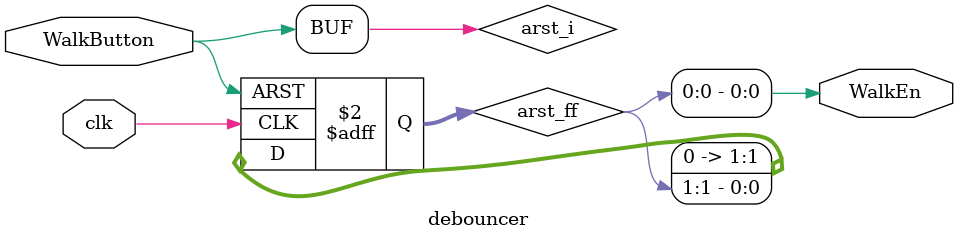
<source format=v>
`timescale 1ns / 1ps


module debouncer(
    input WalkButton,   // Input push button signal
    input clk,          // Input clock signal
    output WalkEn       // Output debounced signal
);

reg [1:0] arst_ff;  // 2-bit shift register to debounce the button signal
wire arst_i;        // Internal wire for button signal

assign arst_i = WalkButton;    // Connect input button to internal wire
assign WalkEn = arst_ff[0];   // Output the least significant bit of the shift register

// Always block triggered on the rising edge of the clock or the button signal
always @(posedge clk or posedge arst_i)
begin
    if (arst_i)
        arst_ff <= 2'b11;       // Reset the shift register when button is pressed
    else
        arst_ff <= {1'b0, arst_ff[1]}; // Shift right the value in the register
end

endmodule

</source>
